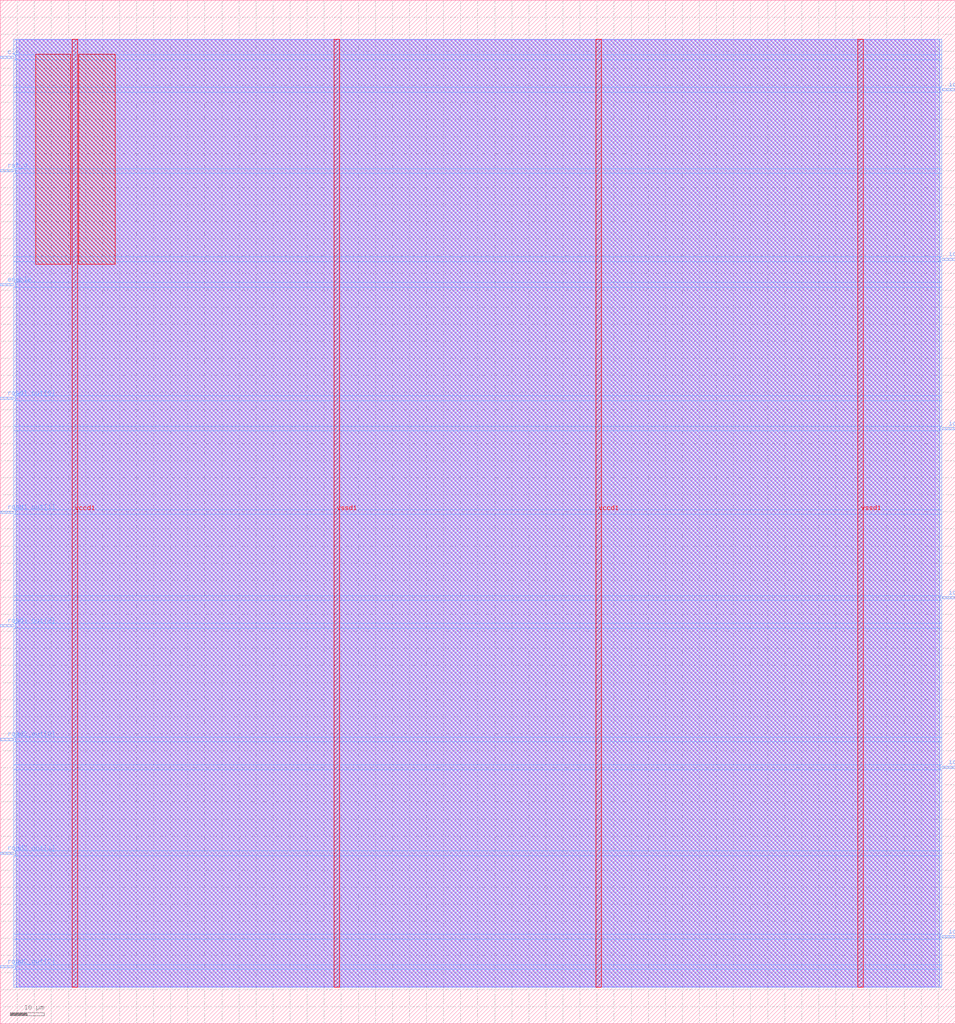
<source format=lef>
VERSION 5.7 ;
  NOWIREEXTENSIONATPIN ON ;
  DIVIDERCHAR "/" ;
  BUSBITCHARS "[]" ;
MACRO traffic_controller
  CLASS BLOCK ;
  FOREIGN traffic_controller ;
  ORIGIN 0.000 0.000 ;
  SIZE 280.000 BY 300.000 ;
  PIN clk
    DIRECTION INPUT ;
    USE SIGNAL ;
    PORT
      LAYER met3 ;
        RECT 0.000 282.920 4.000 283.520 ;
    END
  END clk
  PIN enable
    DIRECTION INPUT ;
    USE SIGNAL ;
    PORT
      LAYER met3 ;
        RECT 0.000 216.280 4.000 216.880 ;
    END
  END enable
  PIN io_oeb[0]
    DIRECTION OUTPUT TRISTATE ;
    USE SIGNAL ;
    PORT
      LAYER met3 ;
        RECT 276.000 25.200 280.000 25.800 ;
    END
  END io_oeb[0]
  PIN io_oeb[1]
    DIRECTION OUTPUT TRISTATE ;
    USE SIGNAL ;
    PORT
      LAYER met3 ;
        RECT 276.000 74.840 280.000 75.440 ;
    END
  END io_oeb[1]
  PIN io_oeb[2]
    DIRECTION OUTPUT TRISTATE ;
    USE SIGNAL ;
    PORT
      LAYER met3 ;
        RECT 276.000 124.480 280.000 125.080 ;
    END
  END io_oeb[2]
  PIN io_oeb[3]
    DIRECTION OUTPUT TRISTATE ;
    USE SIGNAL ;
    PORT
      LAYER met3 ;
        RECT 276.000 174.120 280.000 174.720 ;
    END
  END io_oeb[3]
  PIN io_oeb[4]
    DIRECTION OUTPUT TRISTATE ;
    USE SIGNAL ;
    PORT
      LAYER met3 ;
        RECT 276.000 223.760 280.000 224.360 ;
    END
  END io_oeb[4]
  PIN io_oeb[5]
    DIRECTION OUTPUT TRISTATE ;
    USE SIGNAL ;
    PORT
      LAYER met3 ;
        RECT 276.000 273.400 280.000 274.000 ;
    END
  END io_oeb[5]
  PIN road1_out[0]
    DIRECTION OUTPUT TRISTATE ;
    USE SIGNAL ;
    PORT
      LAYER met3 ;
        RECT 0.000 182.960 4.000 183.560 ;
    END
  END road1_out[0]
  PIN road1_out[1]
    DIRECTION OUTPUT TRISTATE ;
    USE SIGNAL ;
    PORT
      LAYER met3 ;
        RECT 0.000 149.640 4.000 150.240 ;
    END
  END road1_out[1]
  PIN road1_out[2]
    DIRECTION OUTPUT TRISTATE ;
    USE SIGNAL ;
    PORT
      LAYER met3 ;
        RECT 0.000 116.320 4.000 116.920 ;
    END
  END road1_out[2]
  PIN road2_out[0]
    DIRECTION OUTPUT TRISTATE ;
    USE SIGNAL ;
    PORT
      LAYER met3 ;
        RECT 0.000 83.000 4.000 83.600 ;
    END
  END road2_out[0]
  PIN road2_out[1]
    DIRECTION OUTPUT TRISTATE ;
    USE SIGNAL ;
    PORT
      LAYER met3 ;
        RECT 0.000 49.680 4.000 50.280 ;
    END
  END road2_out[1]
  PIN road2_out[2]
    DIRECTION OUTPUT TRISTATE ;
    USE SIGNAL ;
    PORT
      LAYER met3 ;
        RECT 0.000 16.360 4.000 16.960 ;
    END
  END road2_out[2]
  PIN rst_n
    DIRECTION INPUT ;
    USE SIGNAL ;
    PORT
      LAYER met3 ;
        RECT 0.000 249.600 4.000 250.200 ;
    END
  END rst_n
  PIN vccd1
    DIRECTION INOUT ;
    USE POWER ;
    PORT
      LAYER met4 ;
        RECT 21.040 10.640 22.640 288.560 ;
    END
    PORT
      LAYER met4 ;
        RECT 174.640 10.640 176.240 288.560 ;
    END
  END vccd1
  PIN vssd1
    DIRECTION INOUT ;
    USE GROUND ;
    PORT
      LAYER met4 ;
        RECT 97.840 10.640 99.440 288.560 ;
    END
    PORT
      LAYER met4 ;
        RECT 251.440 10.640 253.040 288.560 ;
    END
  END vssd1
  OBS
      LAYER li1 ;
        RECT 5.520 10.795 274.160 288.405 ;
      LAYER met1 ;
        RECT 4.670 10.640 275.470 288.560 ;
      LAYER met2 ;
        RECT 4.690 10.695 275.450 288.505 ;
      LAYER met3 ;
        RECT 4.000 283.920 276.000 288.485 ;
        RECT 4.400 282.520 276.000 283.920 ;
        RECT 4.000 274.400 276.000 282.520 ;
        RECT 4.000 273.000 275.600 274.400 ;
        RECT 4.000 250.600 276.000 273.000 ;
        RECT 4.400 249.200 276.000 250.600 ;
        RECT 4.000 224.760 276.000 249.200 ;
        RECT 4.000 223.360 275.600 224.760 ;
        RECT 4.000 217.280 276.000 223.360 ;
        RECT 4.400 215.880 276.000 217.280 ;
        RECT 4.000 183.960 276.000 215.880 ;
        RECT 4.400 182.560 276.000 183.960 ;
        RECT 4.000 175.120 276.000 182.560 ;
        RECT 4.000 173.720 275.600 175.120 ;
        RECT 4.000 150.640 276.000 173.720 ;
        RECT 4.400 149.240 276.000 150.640 ;
        RECT 4.000 125.480 276.000 149.240 ;
        RECT 4.000 124.080 275.600 125.480 ;
        RECT 4.000 117.320 276.000 124.080 ;
        RECT 4.400 115.920 276.000 117.320 ;
        RECT 4.000 84.000 276.000 115.920 ;
        RECT 4.400 82.600 276.000 84.000 ;
        RECT 4.000 75.840 276.000 82.600 ;
        RECT 4.000 74.440 275.600 75.840 ;
        RECT 4.000 50.680 276.000 74.440 ;
        RECT 4.400 49.280 276.000 50.680 ;
        RECT 4.000 26.200 276.000 49.280 ;
        RECT 4.000 24.800 275.600 26.200 ;
        RECT 4.000 17.360 276.000 24.800 ;
        RECT 4.400 15.960 276.000 17.360 ;
        RECT 4.000 10.715 276.000 15.960 ;
      LAYER met4 ;
        RECT 10.415 222.535 20.640 284.065 ;
        RECT 23.040 222.535 33.745 284.065 ;
  END
END traffic_controller
END LIBRARY


</source>
